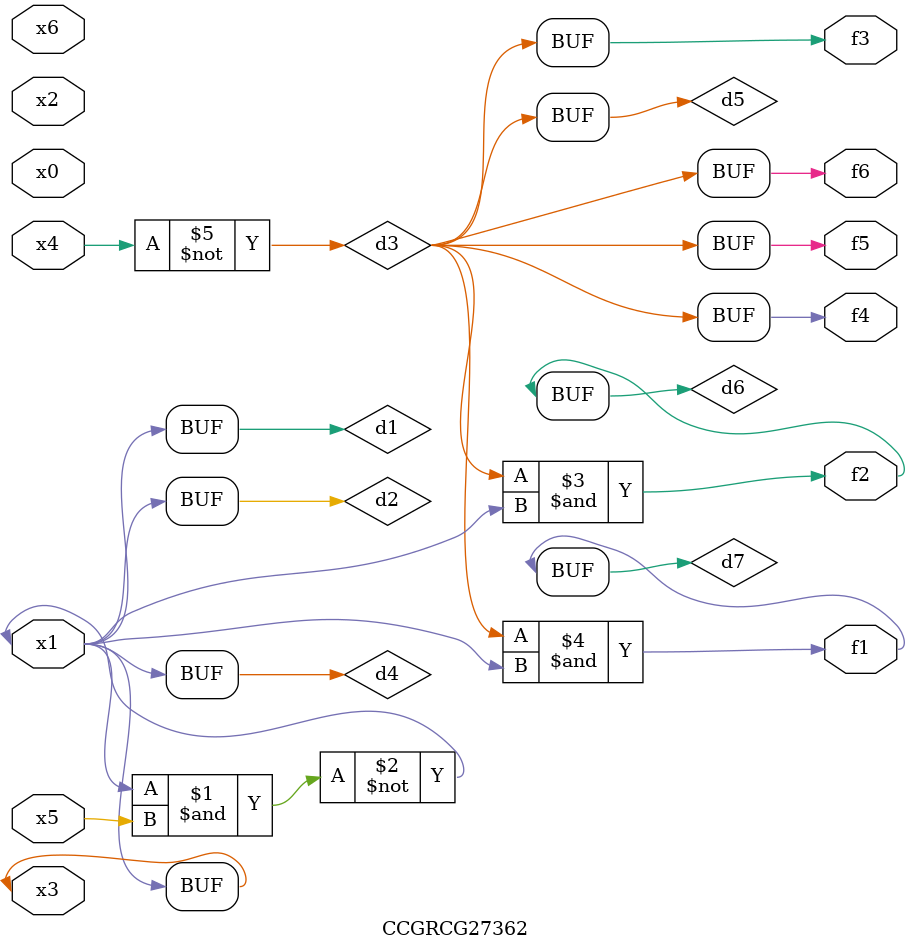
<source format=v>
module CCGRCG27362(
	input x0, x1, x2, x3, x4, x5, x6,
	output f1, f2, f3, f4, f5, f6
);

	wire d1, d2, d3, d4, d5, d6, d7;

	buf (d1, x1, x3);
	nand (d2, x1, x5);
	not (d3, x4);
	buf (d4, d1, d2);
	buf (d5, d3);
	and (d6, d3, d4);
	and (d7, d3, d4);
	assign f1 = d7;
	assign f2 = d6;
	assign f3 = d5;
	assign f4 = d5;
	assign f5 = d5;
	assign f6 = d5;
endmodule

</source>
